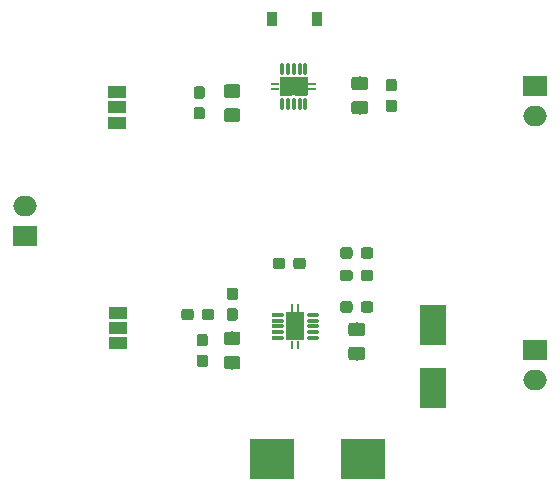
<source format=gts>
G04 #@! TF.GenerationSoftware,KiCad,Pcbnew,(5.0.0)*
G04 #@! TF.CreationDate,2019-04-27T15:16:20+09:00*
G04 #@! TF.ProjectId,Power_supply_circuit,506F7765725F737570706C795F636972,rev?*
G04 #@! TF.SameCoordinates,Original*
G04 #@! TF.FileFunction,Soldermask,Top*
G04 #@! TF.FilePolarity,Negative*
%FSLAX46Y46*%
G04 Gerber Fmt 4.6, Leading zero omitted, Abs format (unit mm)*
G04 Created by KiCad (PCBNEW (5.0.0)) date 04/27/19 15:16:20*
%MOMM*%
%LPD*%
G01*
G04 APERTURE LIST*
%ADD10R,3.800000X3.500000*%
%ADD11C,0.100000*%
%ADD12C,0.950000*%
%ADD13C,1.150000*%
%ADD14R,2.000000X1.700000*%
%ADD15O,2.000000X1.700000*%
%ADD16R,2.300000X3.500000*%
%ADD17R,1.500000X1.000000*%
%ADD18C,0.600000*%
%ADD19O,0.420000X0.990000*%
%ADD20R,0.420000X0.420000*%
%ADD21R,2.400000X1.650000*%
%ADD22R,1.050000X0.680000*%
%ADD23R,0.500000X0.260000*%
%ADD24R,0.700000X0.280000*%
%ADD25O,0.990000X0.420000*%
%ADD26R,0.680000X1.050000*%
%ADD27R,0.280000X0.700000*%
%ADD28R,0.260000X0.500000*%
%ADD29R,1.650000X2.400000*%
%ADD30R,0.900000X1.300000*%
G04 APERTURE END LIST*
D10*
G04 #@! TO.C,L2*
X92100000Y-110250000D03*
X84400000Y-110250000D03*
G04 #@! TD*
D11*
G04 #@! TO.C,C3*
G36*
X94748779Y-78103144D02*
X94771834Y-78106563D01*
X94794443Y-78112227D01*
X94816387Y-78120079D01*
X94837457Y-78130044D01*
X94857448Y-78142026D01*
X94876168Y-78155910D01*
X94893438Y-78171562D01*
X94909090Y-78188832D01*
X94922974Y-78207552D01*
X94934956Y-78227543D01*
X94944921Y-78248613D01*
X94952773Y-78270557D01*
X94958437Y-78293166D01*
X94961856Y-78316221D01*
X94963000Y-78339500D01*
X94963000Y-78914500D01*
X94961856Y-78937779D01*
X94958437Y-78960834D01*
X94952773Y-78983443D01*
X94944921Y-79005387D01*
X94934956Y-79026457D01*
X94922974Y-79046448D01*
X94909090Y-79065168D01*
X94893438Y-79082438D01*
X94876168Y-79098090D01*
X94857448Y-79111974D01*
X94837457Y-79123956D01*
X94816387Y-79133921D01*
X94794443Y-79141773D01*
X94771834Y-79147437D01*
X94748779Y-79150856D01*
X94725500Y-79152000D01*
X94250500Y-79152000D01*
X94227221Y-79150856D01*
X94204166Y-79147437D01*
X94181557Y-79141773D01*
X94159613Y-79133921D01*
X94138543Y-79123956D01*
X94118552Y-79111974D01*
X94099832Y-79098090D01*
X94082562Y-79082438D01*
X94066910Y-79065168D01*
X94053026Y-79046448D01*
X94041044Y-79026457D01*
X94031079Y-79005387D01*
X94023227Y-78983443D01*
X94017563Y-78960834D01*
X94014144Y-78937779D01*
X94013000Y-78914500D01*
X94013000Y-78339500D01*
X94014144Y-78316221D01*
X94017563Y-78293166D01*
X94023227Y-78270557D01*
X94031079Y-78248613D01*
X94041044Y-78227543D01*
X94053026Y-78207552D01*
X94066910Y-78188832D01*
X94082562Y-78171562D01*
X94099832Y-78155910D01*
X94118552Y-78142026D01*
X94138543Y-78130044D01*
X94159613Y-78120079D01*
X94181557Y-78112227D01*
X94204166Y-78106563D01*
X94227221Y-78103144D01*
X94250500Y-78102000D01*
X94725500Y-78102000D01*
X94748779Y-78103144D01*
X94748779Y-78103144D01*
G37*
D12*
X94488000Y-78627000D03*
D11*
G36*
X94748779Y-79853144D02*
X94771834Y-79856563D01*
X94794443Y-79862227D01*
X94816387Y-79870079D01*
X94837457Y-79880044D01*
X94857448Y-79892026D01*
X94876168Y-79905910D01*
X94893438Y-79921562D01*
X94909090Y-79938832D01*
X94922974Y-79957552D01*
X94934956Y-79977543D01*
X94944921Y-79998613D01*
X94952773Y-80020557D01*
X94958437Y-80043166D01*
X94961856Y-80066221D01*
X94963000Y-80089500D01*
X94963000Y-80664500D01*
X94961856Y-80687779D01*
X94958437Y-80710834D01*
X94952773Y-80733443D01*
X94944921Y-80755387D01*
X94934956Y-80776457D01*
X94922974Y-80796448D01*
X94909090Y-80815168D01*
X94893438Y-80832438D01*
X94876168Y-80848090D01*
X94857448Y-80861974D01*
X94837457Y-80873956D01*
X94816387Y-80883921D01*
X94794443Y-80891773D01*
X94771834Y-80897437D01*
X94748779Y-80900856D01*
X94725500Y-80902000D01*
X94250500Y-80902000D01*
X94227221Y-80900856D01*
X94204166Y-80897437D01*
X94181557Y-80891773D01*
X94159613Y-80883921D01*
X94138543Y-80873956D01*
X94118552Y-80861974D01*
X94099832Y-80848090D01*
X94082562Y-80832438D01*
X94066910Y-80815168D01*
X94053026Y-80796448D01*
X94041044Y-80776457D01*
X94031079Y-80755387D01*
X94023227Y-80733443D01*
X94017563Y-80710834D01*
X94014144Y-80687779D01*
X94013000Y-80664500D01*
X94013000Y-80089500D01*
X94014144Y-80066221D01*
X94017563Y-80043166D01*
X94023227Y-80020557D01*
X94031079Y-79998613D01*
X94041044Y-79977543D01*
X94053026Y-79957552D01*
X94066910Y-79938832D01*
X94082562Y-79921562D01*
X94099832Y-79905910D01*
X94118552Y-79892026D01*
X94138543Y-79880044D01*
X94159613Y-79870079D01*
X94181557Y-79862227D01*
X94204166Y-79856563D01*
X94227221Y-79853144D01*
X94250500Y-79852000D01*
X94725500Y-79852000D01*
X94748779Y-79853144D01*
X94748779Y-79853144D01*
G37*
D12*
X94488000Y-80377000D03*
G04 #@! TD*
D11*
G04 #@! TO.C,C5*
G36*
X92752779Y-92363144D02*
X92775834Y-92366563D01*
X92798443Y-92372227D01*
X92820387Y-92380079D01*
X92841457Y-92390044D01*
X92861448Y-92402026D01*
X92880168Y-92415910D01*
X92897438Y-92431562D01*
X92913090Y-92448832D01*
X92926974Y-92467552D01*
X92938956Y-92487543D01*
X92948921Y-92508613D01*
X92956773Y-92530557D01*
X92962437Y-92553166D01*
X92965856Y-92576221D01*
X92967000Y-92599500D01*
X92967000Y-93074500D01*
X92965856Y-93097779D01*
X92962437Y-93120834D01*
X92956773Y-93143443D01*
X92948921Y-93165387D01*
X92938956Y-93186457D01*
X92926974Y-93206448D01*
X92913090Y-93225168D01*
X92897438Y-93242438D01*
X92880168Y-93258090D01*
X92861448Y-93271974D01*
X92841457Y-93283956D01*
X92820387Y-93293921D01*
X92798443Y-93301773D01*
X92775834Y-93307437D01*
X92752779Y-93310856D01*
X92729500Y-93312000D01*
X92154500Y-93312000D01*
X92131221Y-93310856D01*
X92108166Y-93307437D01*
X92085557Y-93301773D01*
X92063613Y-93293921D01*
X92042543Y-93283956D01*
X92022552Y-93271974D01*
X92003832Y-93258090D01*
X91986562Y-93242438D01*
X91970910Y-93225168D01*
X91957026Y-93206448D01*
X91945044Y-93186457D01*
X91935079Y-93165387D01*
X91927227Y-93143443D01*
X91921563Y-93120834D01*
X91918144Y-93097779D01*
X91917000Y-93074500D01*
X91917000Y-92599500D01*
X91918144Y-92576221D01*
X91921563Y-92553166D01*
X91927227Y-92530557D01*
X91935079Y-92508613D01*
X91945044Y-92487543D01*
X91957026Y-92467552D01*
X91970910Y-92448832D01*
X91986562Y-92431562D01*
X92003832Y-92415910D01*
X92022552Y-92402026D01*
X92042543Y-92390044D01*
X92063613Y-92380079D01*
X92085557Y-92372227D01*
X92108166Y-92366563D01*
X92131221Y-92363144D01*
X92154500Y-92362000D01*
X92729500Y-92362000D01*
X92752779Y-92363144D01*
X92752779Y-92363144D01*
G37*
D12*
X92442000Y-92837000D03*
D11*
G36*
X91002779Y-92363144D02*
X91025834Y-92366563D01*
X91048443Y-92372227D01*
X91070387Y-92380079D01*
X91091457Y-92390044D01*
X91111448Y-92402026D01*
X91130168Y-92415910D01*
X91147438Y-92431562D01*
X91163090Y-92448832D01*
X91176974Y-92467552D01*
X91188956Y-92487543D01*
X91198921Y-92508613D01*
X91206773Y-92530557D01*
X91212437Y-92553166D01*
X91215856Y-92576221D01*
X91217000Y-92599500D01*
X91217000Y-93074500D01*
X91215856Y-93097779D01*
X91212437Y-93120834D01*
X91206773Y-93143443D01*
X91198921Y-93165387D01*
X91188956Y-93186457D01*
X91176974Y-93206448D01*
X91163090Y-93225168D01*
X91147438Y-93242438D01*
X91130168Y-93258090D01*
X91111448Y-93271974D01*
X91091457Y-93283956D01*
X91070387Y-93293921D01*
X91048443Y-93301773D01*
X91025834Y-93307437D01*
X91002779Y-93310856D01*
X90979500Y-93312000D01*
X90404500Y-93312000D01*
X90381221Y-93310856D01*
X90358166Y-93307437D01*
X90335557Y-93301773D01*
X90313613Y-93293921D01*
X90292543Y-93283956D01*
X90272552Y-93271974D01*
X90253832Y-93258090D01*
X90236562Y-93242438D01*
X90220910Y-93225168D01*
X90207026Y-93206448D01*
X90195044Y-93186457D01*
X90185079Y-93165387D01*
X90177227Y-93143443D01*
X90171563Y-93120834D01*
X90168144Y-93097779D01*
X90167000Y-93074500D01*
X90167000Y-92599500D01*
X90168144Y-92576221D01*
X90171563Y-92553166D01*
X90177227Y-92530557D01*
X90185079Y-92508613D01*
X90195044Y-92487543D01*
X90207026Y-92467552D01*
X90220910Y-92448832D01*
X90236562Y-92431562D01*
X90253832Y-92415910D01*
X90272552Y-92402026D01*
X90292543Y-92390044D01*
X90313613Y-92380079D01*
X90335557Y-92372227D01*
X90358166Y-92366563D01*
X90381221Y-92363144D01*
X90404500Y-92362000D01*
X90979500Y-92362000D01*
X91002779Y-92363144D01*
X91002779Y-92363144D01*
G37*
D12*
X90692000Y-92837000D03*
G04 #@! TD*
D11*
G04 #@! TO.C,C6*
G36*
X87037779Y-93252144D02*
X87060834Y-93255563D01*
X87083443Y-93261227D01*
X87105387Y-93269079D01*
X87126457Y-93279044D01*
X87146448Y-93291026D01*
X87165168Y-93304910D01*
X87182438Y-93320562D01*
X87198090Y-93337832D01*
X87211974Y-93356552D01*
X87223956Y-93376543D01*
X87233921Y-93397613D01*
X87241773Y-93419557D01*
X87247437Y-93442166D01*
X87250856Y-93465221D01*
X87252000Y-93488500D01*
X87252000Y-93963500D01*
X87250856Y-93986779D01*
X87247437Y-94009834D01*
X87241773Y-94032443D01*
X87233921Y-94054387D01*
X87223956Y-94075457D01*
X87211974Y-94095448D01*
X87198090Y-94114168D01*
X87182438Y-94131438D01*
X87165168Y-94147090D01*
X87146448Y-94160974D01*
X87126457Y-94172956D01*
X87105387Y-94182921D01*
X87083443Y-94190773D01*
X87060834Y-94196437D01*
X87037779Y-94199856D01*
X87014500Y-94201000D01*
X86439500Y-94201000D01*
X86416221Y-94199856D01*
X86393166Y-94196437D01*
X86370557Y-94190773D01*
X86348613Y-94182921D01*
X86327543Y-94172956D01*
X86307552Y-94160974D01*
X86288832Y-94147090D01*
X86271562Y-94131438D01*
X86255910Y-94114168D01*
X86242026Y-94095448D01*
X86230044Y-94075457D01*
X86220079Y-94054387D01*
X86212227Y-94032443D01*
X86206563Y-94009834D01*
X86203144Y-93986779D01*
X86202000Y-93963500D01*
X86202000Y-93488500D01*
X86203144Y-93465221D01*
X86206563Y-93442166D01*
X86212227Y-93419557D01*
X86220079Y-93397613D01*
X86230044Y-93376543D01*
X86242026Y-93356552D01*
X86255910Y-93337832D01*
X86271562Y-93320562D01*
X86288832Y-93304910D01*
X86307552Y-93291026D01*
X86327543Y-93279044D01*
X86348613Y-93269079D01*
X86370557Y-93261227D01*
X86393166Y-93255563D01*
X86416221Y-93252144D01*
X86439500Y-93251000D01*
X87014500Y-93251000D01*
X87037779Y-93252144D01*
X87037779Y-93252144D01*
G37*
D12*
X86727000Y-93726000D03*
D11*
G36*
X85287779Y-93252144D02*
X85310834Y-93255563D01*
X85333443Y-93261227D01*
X85355387Y-93269079D01*
X85376457Y-93279044D01*
X85396448Y-93291026D01*
X85415168Y-93304910D01*
X85432438Y-93320562D01*
X85448090Y-93337832D01*
X85461974Y-93356552D01*
X85473956Y-93376543D01*
X85483921Y-93397613D01*
X85491773Y-93419557D01*
X85497437Y-93442166D01*
X85500856Y-93465221D01*
X85502000Y-93488500D01*
X85502000Y-93963500D01*
X85500856Y-93986779D01*
X85497437Y-94009834D01*
X85491773Y-94032443D01*
X85483921Y-94054387D01*
X85473956Y-94075457D01*
X85461974Y-94095448D01*
X85448090Y-94114168D01*
X85432438Y-94131438D01*
X85415168Y-94147090D01*
X85396448Y-94160974D01*
X85376457Y-94172956D01*
X85355387Y-94182921D01*
X85333443Y-94190773D01*
X85310834Y-94196437D01*
X85287779Y-94199856D01*
X85264500Y-94201000D01*
X84689500Y-94201000D01*
X84666221Y-94199856D01*
X84643166Y-94196437D01*
X84620557Y-94190773D01*
X84598613Y-94182921D01*
X84577543Y-94172956D01*
X84557552Y-94160974D01*
X84538832Y-94147090D01*
X84521562Y-94131438D01*
X84505910Y-94114168D01*
X84492026Y-94095448D01*
X84480044Y-94075457D01*
X84470079Y-94054387D01*
X84462227Y-94032443D01*
X84456563Y-94009834D01*
X84453144Y-93986779D01*
X84452000Y-93963500D01*
X84452000Y-93488500D01*
X84453144Y-93465221D01*
X84456563Y-93442166D01*
X84462227Y-93419557D01*
X84470079Y-93397613D01*
X84480044Y-93376543D01*
X84492026Y-93356552D01*
X84505910Y-93337832D01*
X84521562Y-93320562D01*
X84538832Y-93304910D01*
X84557552Y-93291026D01*
X84577543Y-93279044D01*
X84598613Y-93269079D01*
X84620557Y-93261227D01*
X84643166Y-93255563D01*
X84666221Y-93252144D01*
X84689500Y-93251000D01*
X85264500Y-93251000D01*
X85287779Y-93252144D01*
X85287779Y-93252144D01*
G37*
D12*
X84977000Y-93726000D03*
G04 #@! TD*
D11*
G04 #@! TO.C,C7*
G36*
X78746779Y-99693144D02*
X78769834Y-99696563D01*
X78792443Y-99702227D01*
X78814387Y-99710079D01*
X78835457Y-99720044D01*
X78855448Y-99732026D01*
X78874168Y-99745910D01*
X78891438Y-99761562D01*
X78907090Y-99778832D01*
X78920974Y-99797552D01*
X78932956Y-99817543D01*
X78942921Y-99838613D01*
X78950773Y-99860557D01*
X78956437Y-99883166D01*
X78959856Y-99906221D01*
X78961000Y-99929500D01*
X78961000Y-100504500D01*
X78959856Y-100527779D01*
X78956437Y-100550834D01*
X78950773Y-100573443D01*
X78942921Y-100595387D01*
X78932956Y-100616457D01*
X78920974Y-100636448D01*
X78907090Y-100655168D01*
X78891438Y-100672438D01*
X78874168Y-100688090D01*
X78855448Y-100701974D01*
X78835457Y-100713956D01*
X78814387Y-100723921D01*
X78792443Y-100731773D01*
X78769834Y-100737437D01*
X78746779Y-100740856D01*
X78723500Y-100742000D01*
X78248500Y-100742000D01*
X78225221Y-100740856D01*
X78202166Y-100737437D01*
X78179557Y-100731773D01*
X78157613Y-100723921D01*
X78136543Y-100713956D01*
X78116552Y-100701974D01*
X78097832Y-100688090D01*
X78080562Y-100672438D01*
X78064910Y-100655168D01*
X78051026Y-100636448D01*
X78039044Y-100616457D01*
X78029079Y-100595387D01*
X78021227Y-100573443D01*
X78015563Y-100550834D01*
X78012144Y-100527779D01*
X78011000Y-100504500D01*
X78011000Y-99929500D01*
X78012144Y-99906221D01*
X78015563Y-99883166D01*
X78021227Y-99860557D01*
X78029079Y-99838613D01*
X78039044Y-99817543D01*
X78051026Y-99797552D01*
X78064910Y-99778832D01*
X78080562Y-99761562D01*
X78097832Y-99745910D01*
X78116552Y-99732026D01*
X78136543Y-99720044D01*
X78157613Y-99710079D01*
X78179557Y-99702227D01*
X78202166Y-99696563D01*
X78225221Y-99693144D01*
X78248500Y-99692000D01*
X78723500Y-99692000D01*
X78746779Y-99693144D01*
X78746779Y-99693144D01*
G37*
D12*
X78486000Y-100217000D03*
D11*
G36*
X78746779Y-101443144D02*
X78769834Y-101446563D01*
X78792443Y-101452227D01*
X78814387Y-101460079D01*
X78835457Y-101470044D01*
X78855448Y-101482026D01*
X78874168Y-101495910D01*
X78891438Y-101511562D01*
X78907090Y-101528832D01*
X78920974Y-101547552D01*
X78932956Y-101567543D01*
X78942921Y-101588613D01*
X78950773Y-101610557D01*
X78956437Y-101633166D01*
X78959856Y-101656221D01*
X78961000Y-101679500D01*
X78961000Y-102254500D01*
X78959856Y-102277779D01*
X78956437Y-102300834D01*
X78950773Y-102323443D01*
X78942921Y-102345387D01*
X78932956Y-102366457D01*
X78920974Y-102386448D01*
X78907090Y-102405168D01*
X78891438Y-102422438D01*
X78874168Y-102438090D01*
X78855448Y-102451974D01*
X78835457Y-102463956D01*
X78814387Y-102473921D01*
X78792443Y-102481773D01*
X78769834Y-102487437D01*
X78746779Y-102490856D01*
X78723500Y-102492000D01*
X78248500Y-102492000D01*
X78225221Y-102490856D01*
X78202166Y-102487437D01*
X78179557Y-102481773D01*
X78157613Y-102473921D01*
X78136543Y-102463956D01*
X78116552Y-102451974D01*
X78097832Y-102438090D01*
X78080562Y-102422438D01*
X78064910Y-102405168D01*
X78051026Y-102386448D01*
X78039044Y-102366457D01*
X78029079Y-102345387D01*
X78021227Y-102323443D01*
X78015563Y-102300834D01*
X78012144Y-102277779D01*
X78011000Y-102254500D01*
X78011000Y-101679500D01*
X78012144Y-101656221D01*
X78015563Y-101633166D01*
X78021227Y-101610557D01*
X78029079Y-101588613D01*
X78039044Y-101567543D01*
X78051026Y-101547552D01*
X78064910Y-101528832D01*
X78080562Y-101511562D01*
X78097832Y-101495910D01*
X78116552Y-101482026D01*
X78136543Y-101470044D01*
X78157613Y-101460079D01*
X78179557Y-101452227D01*
X78202166Y-101446563D01*
X78225221Y-101443144D01*
X78248500Y-101442000D01*
X78723500Y-101442000D01*
X78746779Y-101443144D01*
X78746779Y-101443144D01*
G37*
D12*
X78486000Y-101967000D03*
G04 #@! TD*
D11*
G04 #@! TO.C,C9*
G36*
X81286779Y-95770144D02*
X81309834Y-95773563D01*
X81332443Y-95779227D01*
X81354387Y-95787079D01*
X81375457Y-95797044D01*
X81395448Y-95809026D01*
X81414168Y-95822910D01*
X81431438Y-95838562D01*
X81447090Y-95855832D01*
X81460974Y-95874552D01*
X81472956Y-95894543D01*
X81482921Y-95915613D01*
X81490773Y-95937557D01*
X81496437Y-95960166D01*
X81499856Y-95983221D01*
X81501000Y-96006500D01*
X81501000Y-96581500D01*
X81499856Y-96604779D01*
X81496437Y-96627834D01*
X81490773Y-96650443D01*
X81482921Y-96672387D01*
X81472956Y-96693457D01*
X81460974Y-96713448D01*
X81447090Y-96732168D01*
X81431438Y-96749438D01*
X81414168Y-96765090D01*
X81395448Y-96778974D01*
X81375457Y-96790956D01*
X81354387Y-96800921D01*
X81332443Y-96808773D01*
X81309834Y-96814437D01*
X81286779Y-96817856D01*
X81263500Y-96819000D01*
X80788500Y-96819000D01*
X80765221Y-96817856D01*
X80742166Y-96814437D01*
X80719557Y-96808773D01*
X80697613Y-96800921D01*
X80676543Y-96790956D01*
X80656552Y-96778974D01*
X80637832Y-96765090D01*
X80620562Y-96749438D01*
X80604910Y-96732168D01*
X80591026Y-96713448D01*
X80579044Y-96693457D01*
X80569079Y-96672387D01*
X80561227Y-96650443D01*
X80555563Y-96627834D01*
X80552144Y-96604779D01*
X80551000Y-96581500D01*
X80551000Y-96006500D01*
X80552144Y-95983221D01*
X80555563Y-95960166D01*
X80561227Y-95937557D01*
X80569079Y-95915613D01*
X80579044Y-95894543D01*
X80591026Y-95874552D01*
X80604910Y-95855832D01*
X80620562Y-95838562D01*
X80637832Y-95822910D01*
X80656552Y-95809026D01*
X80676543Y-95797044D01*
X80697613Y-95787079D01*
X80719557Y-95779227D01*
X80742166Y-95773563D01*
X80765221Y-95770144D01*
X80788500Y-95769000D01*
X81263500Y-95769000D01*
X81286779Y-95770144D01*
X81286779Y-95770144D01*
G37*
D12*
X81026000Y-96294000D03*
D11*
G36*
X81286779Y-97520144D02*
X81309834Y-97523563D01*
X81332443Y-97529227D01*
X81354387Y-97537079D01*
X81375457Y-97547044D01*
X81395448Y-97559026D01*
X81414168Y-97572910D01*
X81431438Y-97588562D01*
X81447090Y-97605832D01*
X81460974Y-97624552D01*
X81472956Y-97644543D01*
X81482921Y-97665613D01*
X81490773Y-97687557D01*
X81496437Y-97710166D01*
X81499856Y-97733221D01*
X81501000Y-97756500D01*
X81501000Y-98331500D01*
X81499856Y-98354779D01*
X81496437Y-98377834D01*
X81490773Y-98400443D01*
X81482921Y-98422387D01*
X81472956Y-98443457D01*
X81460974Y-98463448D01*
X81447090Y-98482168D01*
X81431438Y-98499438D01*
X81414168Y-98515090D01*
X81395448Y-98528974D01*
X81375457Y-98540956D01*
X81354387Y-98550921D01*
X81332443Y-98558773D01*
X81309834Y-98564437D01*
X81286779Y-98567856D01*
X81263500Y-98569000D01*
X80788500Y-98569000D01*
X80765221Y-98567856D01*
X80742166Y-98564437D01*
X80719557Y-98558773D01*
X80697613Y-98550921D01*
X80676543Y-98540956D01*
X80656552Y-98528974D01*
X80637832Y-98515090D01*
X80620562Y-98499438D01*
X80604910Y-98482168D01*
X80591026Y-98463448D01*
X80579044Y-98443457D01*
X80569079Y-98422387D01*
X80561227Y-98400443D01*
X80555563Y-98377834D01*
X80552144Y-98354779D01*
X80551000Y-98331500D01*
X80551000Y-97756500D01*
X80552144Y-97733221D01*
X80555563Y-97710166D01*
X80561227Y-97687557D01*
X80569079Y-97665613D01*
X80579044Y-97644543D01*
X80591026Y-97624552D01*
X80604910Y-97605832D01*
X80620562Y-97588562D01*
X80637832Y-97572910D01*
X80656552Y-97559026D01*
X80676543Y-97547044D01*
X80697613Y-97537079D01*
X80719557Y-97529227D01*
X80742166Y-97523563D01*
X80765221Y-97520144D01*
X80788500Y-97519000D01*
X81263500Y-97519000D01*
X81286779Y-97520144D01*
X81286779Y-97520144D01*
G37*
D12*
X81026000Y-98044000D03*
G04 #@! TD*
D11*
G04 #@! TO.C,C1*
G36*
X78492779Y-80488144D02*
X78515834Y-80491563D01*
X78538443Y-80497227D01*
X78560387Y-80505079D01*
X78581457Y-80515044D01*
X78601448Y-80527026D01*
X78620168Y-80540910D01*
X78637438Y-80556562D01*
X78653090Y-80573832D01*
X78666974Y-80592552D01*
X78678956Y-80612543D01*
X78688921Y-80633613D01*
X78696773Y-80655557D01*
X78702437Y-80678166D01*
X78705856Y-80701221D01*
X78707000Y-80724500D01*
X78707000Y-81299500D01*
X78705856Y-81322779D01*
X78702437Y-81345834D01*
X78696773Y-81368443D01*
X78688921Y-81390387D01*
X78678956Y-81411457D01*
X78666974Y-81431448D01*
X78653090Y-81450168D01*
X78637438Y-81467438D01*
X78620168Y-81483090D01*
X78601448Y-81496974D01*
X78581457Y-81508956D01*
X78560387Y-81518921D01*
X78538443Y-81526773D01*
X78515834Y-81532437D01*
X78492779Y-81535856D01*
X78469500Y-81537000D01*
X77994500Y-81537000D01*
X77971221Y-81535856D01*
X77948166Y-81532437D01*
X77925557Y-81526773D01*
X77903613Y-81518921D01*
X77882543Y-81508956D01*
X77862552Y-81496974D01*
X77843832Y-81483090D01*
X77826562Y-81467438D01*
X77810910Y-81450168D01*
X77797026Y-81431448D01*
X77785044Y-81411457D01*
X77775079Y-81390387D01*
X77767227Y-81368443D01*
X77761563Y-81345834D01*
X77758144Y-81322779D01*
X77757000Y-81299500D01*
X77757000Y-80724500D01*
X77758144Y-80701221D01*
X77761563Y-80678166D01*
X77767227Y-80655557D01*
X77775079Y-80633613D01*
X77785044Y-80612543D01*
X77797026Y-80592552D01*
X77810910Y-80573832D01*
X77826562Y-80556562D01*
X77843832Y-80540910D01*
X77862552Y-80527026D01*
X77882543Y-80515044D01*
X77903613Y-80505079D01*
X77925557Y-80497227D01*
X77948166Y-80491563D01*
X77971221Y-80488144D01*
X77994500Y-80487000D01*
X78469500Y-80487000D01*
X78492779Y-80488144D01*
X78492779Y-80488144D01*
G37*
D12*
X78232000Y-81012000D03*
D11*
G36*
X78492779Y-78738144D02*
X78515834Y-78741563D01*
X78538443Y-78747227D01*
X78560387Y-78755079D01*
X78581457Y-78765044D01*
X78601448Y-78777026D01*
X78620168Y-78790910D01*
X78637438Y-78806562D01*
X78653090Y-78823832D01*
X78666974Y-78842552D01*
X78678956Y-78862543D01*
X78688921Y-78883613D01*
X78696773Y-78905557D01*
X78702437Y-78928166D01*
X78705856Y-78951221D01*
X78707000Y-78974500D01*
X78707000Y-79549500D01*
X78705856Y-79572779D01*
X78702437Y-79595834D01*
X78696773Y-79618443D01*
X78688921Y-79640387D01*
X78678956Y-79661457D01*
X78666974Y-79681448D01*
X78653090Y-79700168D01*
X78637438Y-79717438D01*
X78620168Y-79733090D01*
X78601448Y-79746974D01*
X78581457Y-79758956D01*
X78560387Y-79768921D01*
X78538443Y-79776773D01*
X78515834Y-79782437D01*
X78492779Y-79785856D01*
X78469500Y-79787000D01*
X77994500Y-79787000D01*
X77971221Y-79785856D01*
X77948166Y-79782437D01*
X77925557Y-79776773D01*
X77903613Y-79768921D01*
X77882543Y-79758956D01*
X77862552Y-79746974D01*
X77843832Y-79733090D01*
X77826562Y-79717438D01*
X77810910Y-79700168D01*
X77797026Y-79681448D01*
X77785044Y-79661457D01*
X77775079Y-79640387D01*
X77767227Y-79618443D01*
X77761563Y-79595834D01*
X77758144Y-79572779D01*
X77757000Y-79549500D01*
X77757000Y-78974500D01*
X77758144Y-78951221D01*
X77761563Y-78928166D01*
X77767227Y-78905557D01*
X77775079Y-78883613D01*
X77785044Y-78862543D01*
X77797026Y-78842552D01*
X77810910Y-78823832D01*
X77826562Y-78806562D01*
X77843832Y-78790910D01*
X77862552Y-78777026D01*
X77882543Y-78765044D01*
X77903613Y-78755079D01*
X77925557Y-78747227D01*
X77948166Y-78741563D01*
X77971221Y-78738144D01*
X77994500Y-78737000D01*
X78469500Y-78737000D01*
X78492779Y-78738144D01*
X78492779Y-78738144D01*
G37*
D12*
X78232000Y-79262000D03*
G04 #@! TD*
D11*
G04 #@! TO.C,C2*
G36*
X81500505Y-78547204D02*
X81524773Y-78550804D01*
X81548572Y-78556765D01*
X81571671Y-78565030D01*
X81593850Y-78575520D01*
X81614893Y-78588132D01*
X81634599Y-78602747D01*
X81652777Y-78619223D01*
X81669253Y-78637401D01*
X81683868Y-78657107D01*
X81696480Y-78678150D01*
X81706970Y-78700329D01*
X81715235Y-78723428D01*
X81721196Y-78747227D01*
X81724796Y-78771495D01*
X81726000Y-78795999D01*
X81726000Y-79446001D01*
X81724796Y-79470505D01*
X81721196Y-79494773D01*
X81715235Y-79518572D01*
X81706970Y-79541671D01*
X81696480Y-79563850D01*
X81683868Y-79584893D01*
X81669253Y-79604599D01*
X81652777Y-79622777D01*
X81634599Y-79639253D01*
X81614893Y-79653868D01*
X81593850Y-79666480D01*
X81571671Y-79676970D01*
X81548572Y-79685235D01*
X81524773Y-79691196D01*
X81500505Y-79694796D01*
X81476001Y-79696000D01*
X80575999Y-79696000D01*
X80551495Y-79694796D01*
X80527227Y-79691196D01*
X80503428Y-79685235D01*
X80480329Y-79676970D01*
X80458150Y-79666480D01*
X80437107Y-79653868D01*
X80417401Y-79639253D01*
X80399223Y-79622777D01*
X80382747Y-79604599D01*
X80368132Y-79584893D01*
X80355520Y-79563850D01*
X80345030Y-79541671D01*
X80336765Y-79518572D01*
X80330804Y-79494773D01*
X80327204Y-79470505D01*
X80326000Y-79446001D01*
X80326000Y-78795999D01*
X80327204Y-78771495D01*
X80330804Y-78747227D01*
X80336765Y-78723428D01*
X80345030Y-78700329D01*
X80355520Y-78678150D01*
X80368132Y-78657107D01*
X80382747Y-78637401D01*
X80399223Y-78619223D01*
X80417401Y-78602747D01*
X80437107Y-78588132D01*
X80458150Y-78575520D01*
X80480329Y-78565030D01*
X80503428Y-78556765D01*
X80527227Y-78550804D01*
X80551495Y-78547204D01*
X80575999Y-78546000D01*
X81476001Y-78546000D01*
X81500505Y-78547204D01*
X81500505Y-78547204D01*
G37*
D13*
X81026000Y-79121000D03*
D11*
G36*
X81500505Y-80597204D02*
X81524773Y-80600804D01*
X81548572Y-80606765D01*
X81571671Y-80615030D01*
X81593850Y-80625520D01*
X81614893Y-80638132D01*
X81634599Y-80652747D01*
X81652777Y-80669223D01*
X81669253Y-80687401D01*
X81683868Y-80707107D01*
X81696480Y-80728150D01*
X81706970Y-80750329D01*
X81715235Y-80773428D01*
X81721196Y-80797227D01*
X81724796Y-80821495D01*
X81726000Y-80845999D01*
X81726000Y-81496001D01*
X81724796Y-81520505D01*
X81721196Y-81544773D01*
X81715235Y-81568572D01*
X81706970Y-81591671D01*
X81696480Y-81613850D01*
X81683868Y-81634893D01*
X81669253Y-81654599D01*
X81652777Y-81672777D01*
X81634599Y-81689253D01*
X81614893Y-81703868D01*
X81593850Y-81716480D01*
X81571671Y-81726970D01*
X81548572Y-81735235D01*
X81524773Y-81741196D01*
X81500505Y-81744796D01*
X81476001Y-81746000D01*
X80575999Y-81746000D01*
X80551495Y-81744796D01*
X80527227Y-81741196D01*
X80503428Y-81735235D01*
X80480329Y-81726970D01*
X80458150Y-81716480D01*
X80437107Y-81703868D01*
X80417401Y-81689253D01*
X80399223Y-81672777D01*
X80382747Y-81654599D01*
X80368132Y-81634893D01*
X80355520Y-81613850D01*
X80345030Y-81591671D01*
X80336765Y-81568572D01*
X80330804Y-81544773D01*
X80327204Y-81520505D01*
X80326000Y-81496001D01*
X80326000Y-80845999D01*
X80327204Y-80821495D01*
X80330804Y-80797227D01*
X80336765Y-80773428D01*
X80345030Y-80750329D01*
X80355520Y-80728150D01*
X80368132Y-80707107D01*
X80382747Y-80687401D01*
X80399223Y-80669223D01*
X80417401Y-80652747D01*
X80437107Y-80638132D01*
X80458150Y-80625520D01*
X80480329Y-80615030D01*
X80503428Y-80606765D01*
X80527227Y-80600804D01*
X80551495Y-80597204D01*
X80575999Y-80596000D01*
X81476001Y-80596000D01*
X81500505Y-80597204D01*
X81500505Y-80597204D01*
G37*
D13*
X81026000Y-81171000D03*
G04 #@! TD*
D11*
G04 #@! TO.C,C4*
G36*
X92295505Y-79962204D02*
X92319773Y-79965804D01*
X92343572Y-79971765D01*
X92366671Y-79980030D01*
X92388850Y-79990520D01*
X92409893Y-80003132D01*
X92429599Y-80017747D01*
X92447777Y-80034223D01*
X92464253Y-80052401D01*
X92478868Y-80072107D01*
X92491480Y-80093150D01*
X92501970Y-80115329D01*
X92510235Y-80138428D01*
X92516196Y-80162227D01*
X92519796Y-80186495D01*
X92521000Y-80210999D01*
X92521000Y-80861001D01*
X92519796Y-80885505D01*
X92516196Y-80909773D01*
X92510235Y-80933572D01*
X92501970Y-80956671D01*
X92491480Y-80978850D01*
X92478868Y-80999893D01*
X92464253Y-81019599D01*
X92447777Y-81037777D01*
X92429599Y-81054253D01*
X92409893Y-81068868D01*
X92388850Y-81081480D01*
X92366671Y-81091970D01*
X92343572Y-81100235D01*
X92319773Y-81106196D01*
X92295505Y-81109796D01*
X92271001Y-81111000D01*
X91370999Y-81111000D01*
X91346495Y-81109796D01*
X91322227Y-81106196D01*
X91298428Y-81100235D01*
X91275329Y-81091970D01*
X91253150Y-81081480D01*
X91232107Y-81068868D01*
X91212401Y-81054253D01*
X91194223Y-81037777D01*
X91177747Y-81019599D01*
X91163132Y-80999893D01*
X91150520Y-80978850D01*
X91140030Y-80956671D01*
X91131765Y-80933572D01*
X91125804Y-80909773D01*
X91122204Y-80885505D01*
X91121000Y-80861001D01*
X91121000Y-80210999D01*
X91122204Y-80186495D01*
X91125804Y-80162227D01*
X91131765Y-80138428D01*
X91140030Y-80115329D01*
X91150520Y-80093150D01*
X91163132Y-80072107D01*
X91177747Y-80052401D01*
X91194223Y-80034223D01*
X91212401Y-80017747D01*
X91232107Y-80003132D01*
X91253150Y-79990520D01*
X91275329Y-79980030D01*
X91298428Y-79971765D01*
X91322227Y-79965804D01*
X91346495Y-79962204D01*
X91370999Y-79961000D01*
X92271001Y-79961000D01*
X92295505Y-79962204D01*
X92295505Y-79962204D01*
G37*
D13*
X91821000Y-80536000D03*
D11*
G36*
X92295505Y-77912204D02*
X92319773Y-77915804D01*
X92343572Y-77921765D01*
X92366671Y-77930030D01*
X92388850Y-77940520D01*
X92409893Y-77953132D01*
X92429599Y-77967747D01*
X92447777Y-77984223D01*
X92464253Y-78002401D01*
X92478868Y-78022107D01*
X92491480Y-78043150D01*
X92501970Y-78065329D01*
X92510235Y-78088428D01*
X92516196Y-78112227D01*
X92519796Y-78136495D01*
X92521000Y-78160999D01*
X92521000Y-78811001D01*
X92519796Y-78835505D01*
X92516196Y-78859773D01*
X92510235Y-78883572D01*
X92501970Y-78906671D01*
X92491480Y-78928850D01*
X92478868Y-78949893D01*
X92464253Y-78969599D01*
X92447777Y-78987777D01*
X92429599Y-79004253D01*
X92409893Y-79018868D01*
X92388850Y-79031480D01*
X92366671Y-79041970D01*
X92343572Y-79050235D01*
X92319773Y-79056196D01*
X92295505Y-79059796D01*
X92271001Y-79061000D01*
X91370999Y-79061000D01*
X91346495Y-79059796D01*
X91322227Y-79056196D01*
X91298428Y-79050235D01*
X91275329Y-79041970D01*
X91253150Y-79031480D01*
X91232107Y-79018868D01*
X91212401Y-79004253D01*
X91194223Y-78987777D01*
X91177747Y-78969599D01*
X91163132Y-78949893D01*
X91150520Y-78928850D01*
X91140030Y-78906671D01*
X91131765Y-78883572D01*
X91125804Y-78859773D01*
X91122204Y-78835505D01*
X91121000Y-78811001D01*
X91121000Y-78160999D01*
X91122204Y-78136495D01*
X91125804Y-78112227D01*
X91131765Y-78088428D01*
X91140030Y-78065329D01*
X91150520Y-78043150D01*
X91163132Y-78022107D01*
X91177747Y-78002401D01*
X91194223Y-77984223D01*
X91212401Y-77967747D01*
X91232107Y-77953132D01*
X91253150Y-77940520D01*
X91275329Y-77930030D01*
X91298428Y-77921765D01*
X91322227Y-77915804D01*
X91346495Y-77912204D01*
X91370999Y-77911000D01*
X92271001Y-77911000D01*
X92295505Y-77912204D01*
X92295505Y-77912204D01*
G37*
D13*
X91821000Y-78486000D03*
G04 #@! TD*
D11*
G04 #@! TO.C,C8*
G36*
X81500505Y-101543204D02*
X81524773Y-101546804D01*
X81548572Y-101552765D01*
X81571671Y-101561030D01*
X81593850Y-101571520D01*
X81614893Y-101584132D01*
X81634599Y-101598747D01*
X81652777Y-101615223D01*
X81669253Y-101633401D01*
X81683868Y-101653107D01*
X81696480Y-101674150D01*
X81706970Y-101696329D01*
X81715235Y-101719428D01*
X81721196Y-101743227D01*
X81724796Y-101767495D01*
X81726000Y-101791999D01*
X81726000Y-102442001D01*
X81724796Y-102466505D01*
X81721196Y-102490773D01*
X81715235Y-102514572D01*
X81706970Y-102537671D01*
X81696480Y-102559850D01*
X81683868Y-102580893D01*
X81669253Y-102600599D01*
X81652777Y-102618777D01*
X81634599Y-102635253D01*
X81614893Y-102649868D01*
X81593850Y-102662480D01*
X81571671Y-102672970D01*
X81548572Y-102681235D01*
X81524773Y-102687196D01*
X81500505Y-102690796D01*
X81476001Y-102692000D01*
X80575999Y-102692000D01*
X80551495Y-102690796D01*
X80527227Y-102687196D01*
X80503428Y-102681235D01*
X80480329Y-102672970D01*
X80458150Y-102662480D01*
X80437107Y-102649868D01*
X80417401Y-102635253D01*
X80399223Y-102618777D01*
X80382747Y-102600599D01*
X80368132Y-102580893D01*
X80355520Y-102559850D01*
X80345030Y-102537671D01*
X80336765Y-102514572D01*
X80330804Y-102490773D01*
X80327204Y-102466505D01*
X80326000Y-102442001D01*
X80326000Y-101791999D01*
X80327204Y-101767495D01*
X80330804Y-101743227D01*
X80336765Y-101719428D01*
X80345030Y-101696329D01*
X80355520Y-101674150D01*
X80368132Y-101653107D01*
X80382747Y-101633401D01*
X80399223Y-101615223D01*
X80417401Y-101598747D01*
X80437107Y-101584132D01*
X80458150Y-101571520D01*
X80480329Y-101561030D01*
X80503428Y-101552765D01*
X80527227Y-101546804D01*
X80551495Y-101543204D01*
X80575999Y-101542000D01*
X81476001Y-101542000D01*
X81500505Y-101543204D01*
X81500505Y-101543204D01*
G37*
D13*
X81026000Y-102117000D03*
D11*
G36*
X81500505Y-99493204D02*
X81524773Y-99496804D01*
X81548572Y-99502765D01*
X81571671Y-99511030D01*
X81593850Y-99521520D01*
X81614893Y-99534132D01*
X81634599Y-99548747D01*
X81652777Y-99565223D01*
X81669253Y-99583401D01*
X81683868Y-99603107D01*
X81696480Y-99624150D01*
X81706970Y-99646329D01*
X81715235Y-99669428D01*
X81721196Y-99693227D01*
X81724796Y-99717495D01*
X81726000Y-99741999D01*
X81726000Y-100392001D01*
X81724796Y-100416505D01*
X81721196Y-100440773D01*
X81715235Y-100464572D01*
X81706970Y-100487671D01*
X81696480Y-100509850D01*
X81683868Y-100530893D01*
X81669253Y-100550599D01*
X81652777Y-100568777D01*
X81634599Y-100585253D01*
X81614893Y-100599868D01*
X81593850Y-100612480D01*
X81571671Y-100622970D01*
X81548572Y-100631235D01*
X81524773Y-100637196D01*
X81500505Y-100640796D01*
X81476001Y-100642000D01*
X80575999Y-100642000D01*
X80551495Y-100640796D01*
X80527227Y-100637196D01*
X80503428Y-100631235D01*
X80480329Y-100622970D01*
X80458150Y-100612480D01*
X80437107Y-100599868D01*
X80417401Y-100585253D01*
X80399223Y-100568777D01*
X80382747Y-100550599D01*
X80368132Y-100530893D01*
X80355520Y-100509850D01*
X80345030Y-100487671D01*
X80336765Y-100464572D01*
X80330804Y-100440773D01*
X80327204Y-100416505D01*
X80326000Y-100392001D01*
X80326000Y-99741999D01*
X80327204Y-99717495D01*
X80330804Y-99693227D01*
X80336765Y-99669428D01*
X80345030Y-99646329D01*
X80355520Y-99624150D01*
X80368132Y-99603107D01*
X80382747Y-99583401D01*
X80399223Y-99565223D01*
X80417401Y-99548747D01*
X80437107Y-99534132D01*
X80458150Y-99521520D01*
X80480329Y-99511030D01*
X80503428Y-99502765D01*
X80527227Y-99496804D01*
X80551495Y-99493204D01*
X80575999Y-99492000D01*
X81476001Y-99492000D01*
X81500505Y-99493204D01*
X81500505Y-99493204D01*
G37*
D13*
X81026000Y-100067000D03*
G04 #@! TD*
D11*
G04 #@! TO.C,C10*
G36*
X92041505Y-98731204D02*
X92065773Y-98734804D01*
X92089572Y-98740765D01*
X92112671Y-98749030D01*
X92134850Y-98759520D01*
X92155893Y-98772132D01*
X92175599Y-98786747D01*
X92193777Y-98803223D01*
X92210253Y-98821401D01*
X92224868Y-98841107D01*
X92237480Y-98862150D01*
X92247970Y-98884329D01*
X92256235Y-98907428D01*
X92262196Y-98931227D01*
X92265796Y-98955495D01*
X92267000Y-98979999D01*
X92267000Y-99630001D01*
X92265796Y-99654505D01*
X92262196Y-99678773D01*
X92256235Y-99702572D01*
X92247970Y-99725671D01*
X92237480Y-99747850D01*
X92224868Y-99768893D01*
X92210253Y-99788599D01*
X92193777Y-99806777D01*
X92175599Y-99823253D01*
X92155893Y-99837868D01*
X92134850Y-99850480D01*
X92112671Y-99860970D01*
X92089572Y-99869235D01*
X92065773Y-99875196D01*
X92041505Y-99878796D01*
X92017001Y-99880000D01*
X91116999Y-99880000D01*
X91092495Y-99878796D01*
X91068227Y-99875196D01*
X91044428Y-99869235D01*
X91021329Y-99860970D01*
X90999150Y-99850480D01*
X90978107Y-99837868D01*
X90958401Y-99823253D01*
X90940223Y-99806777D01*
X90923747Y-99788599D01*
X90909132Y-99768893D01*
X90896520Y-99747850D01*
X90886030Y-99725671D01*
X90877765Y-99702572D01*
X90871804Y-99678773D01*
X90868204Y-99654505D01*
X90867000Y-99630001D01*
X90867000Y-98979999D01*
X90868204Y-98955495D01*
X90871804Y-98931227D01*
X90877765Y-98907428D01*
X90886030Y-98884329D01*
X90896520Y-98862150D01*
X90909132Y-98841107D01*
X90923747Y-98821401D01*
X90940223Y-98803223D01*
X90958401Y-98786747D01*
X90978107Y-98772132D01*
X90999150Y-98759520D01*
X91021329Y-98749030D01*
X91044428Y-98740765D01*
X91068227Y-98734804D01*
X91092495Y-98731204D01*
X91116999Y-98730000D01*
X92017001Y-98730000D01*
X92041505Y-98731204D01*
X92041505Y-98731204D01*
G37*
D13*
X91567000Y-99305000D03*
D11*
G36*
X92041505Y-100781204D02*
X92065773Y-100784804D01*
X92089572Y-100790765D01*
X92112671Y-100799030D01*
X92134850Y-100809520D01*
X92155893Y-100822132D01*
X92175599Y-100836747D01*
X92193777Y-100853223D01*
X92210253Y-100871401D01*
X92224868Y-100891107D01*
X92237480Y-100912150D01*
X92247970Y-100934329D01*
X92256235Y-100957428D01*
X92262196Y-100981227D01*
X92265796Y-101005495D01*
X92267000Y-101029999D01*
X92267000Y-101680001D01*
X92265796Y-101704505D01*
X92262196Y-101728773D01*
X92256235Y-101752572D01*
X92247970Y-101775671D01*
X92237480Y-101797850D01*
X92224868Y-101818893D01*
X92210253Y-101838599D01*
X92193777Y-101856777D01*
X92175599Y-101873253D01*
X92155893Y-101887868D01*
X92134850Y-101900480D01*
X92112671Y-101910970D01*
X92089572Y-101919235D01*
X92065773Y-101925196D01*
X92041505Y-101928796D01*
X92017001Y-101930000D01*
X91116999Y-101930000D01*
X91092495Y-101928796D01*
X91068227Y-101925196D01*
X91044428Y-101919235D01*
X91021329Y-101910970D01*
X90999150Y-101900480D01*
X90978107Y-101887868D01*
X90958401Y-101873253D01*
X90940223Y-101856777D01*
X90923747Y-101838599D01*
X90909132Y-101818893D01*
X90896520Y-101797850D01*
X90886030Y-101775671D01*
X90877765Y-101752572D01*
X90871804Y-101728773D01*
X90868204Y-101704505D01*
X90867000Y-101680001D01*
X90867000Y-101029999D01*
X90868204Y-101005495D01*
X90871804Y-100981227D01*
X90877765Y-100957428D01*
X90886030Y-100934329D01*
X90896520Y-100912150D01*
X90909132Y-100891107D01*
X90923747Y-100871401D01*
X90940223Y-100853223D01*
X90958401Y-100836747D01*
X90978107Y-100822132D01*
X90999150Y-100809520D01*
X91021329Y-100799030D01*
X91044428Y-100790765D01*
X91068227Y-100784804D01*
X91092495Y-100781204D01*
X91116999Y-100780000D01*
X92017001Y-100780000D01*
X92041505Y-100781204D01*
X92041505Y-100781204D01*
G37*
D13*
X91567000Y-101355000D03*
G04 #@! TD*
D14*
G04 #@! TO.C,J3*
X106680000Y-101060000D03*
D15*
X106680000Y-103560000D03*
G04 #@! TD*
G04 #@! TO.C,J1*
X106680000Y-81240000D03*
D14*
X106680000Y-78740000D03*
G04 #@! TD*
G04 #@! TO.C,J2*
X63500000Y-91400000D03*
D15*
X63500000Y-88900000D03*
G04 #@! TD*
D16*
G04 #@! TO.C,D1*
X98044000Y-104300000D03*
X98044000Y-98900000D03*
G04 #@! TD*
D17*
G04 #@! TO.C,JP1*
X71247000Y-81818000D03*
X71247000Y-80518000D03*
X71247000Y-79218000D03*
G04 #@! TD*
G04 #@! TO.C,JP2*
X71374000Y-97887000D03*
X71374000Y-99187000D03*
X71374000Y-100487000D03*
G04 #@! TD*
D18*
G04 #@! TO.C,U1*
X85483000Y-78240000D03*
X86983000Y-78240000D03*
X86983000Y-79240000D03*
X86233000Y-78740000D03*
X85483000Y-79240000D03*
D19*
X87233000Y-80215000D03*
X86733000Y-80215000D03*
X86233000Y-80215000D03*
D20*
X85733000Y-80500000D03*
X85233000Y-80500000D03*
D19*
X85233000Y-77265000D03*
D20*
X85733000Y-76980000D03*
D19*
X86233000Y-77265000D03*
D20*
X86733000Y-76980000D03*
X87233000Y-76980000D03*
D21*
X86233000Y-78740000D03*
D22*
X85598000Y-79190000D03*
X85598000Y-78290000D03*
X86868000Y-79190000D03*
D23*
X84603000Y-78990000D03*
X84603000Y-78490000D03*
X87863000Y-78990000D03*
D24*
X84683000Y-78990000D03*
X84683000Y-78490000D03*
X87783000Y-78990000D03*
D23*
X87863000Y-78490000D03*
D24*
X87783000Y-78490000D03*
D22*
X86868000Y-78290000D03*
D20*
X87233000Y-80500000D03*
X86733000Y-80500000D03*
X86233000Y-80500000D03*
D19*
X85733000Y-80215000D03*
X85233000Y-80215000D03*
D20*
X85233000Y-76980000D03*
D19*
X85733000Y-77265000D03*
D20*
X86233000Y-76980000D03*
D19*
X86733000Y-77265000D03*
X87233000Y-77265000D03*
G04 #@! TD*
D25*
G04 #@! TO.C,U2*
X84885000Y-98060000D03*
X84885000Y-98560000D03*
D20*
X84600000Y-99060000D03*
D25*
X84885000Y-99560000D03*
D20*
X84600000Y-100060000D03*
D25*
X87835000Y-100060000D03*
X87835000Y-99560000D03*
D20*
X88120000Y-99060000D03*
X88120000Y-98560000D03*
X88120000Y-98060000D03*
D26*
X85910000Y-98425000D03*
D27*
X86110000Y-97510000D03*
D28*
X86110000Y-97430000D03*
D27*
X86610000Y-97510000D03*
X86110000Y-100610000D03*
X86610000Y-100610000D03*
D28*
X86610000Y-97430000D03*
X86110000Y-100690000D03*
X86610000Y-100690000D03*
D26*
X86810000Y-98425000D03*
X85910000Y-99695000D03*
X86810000Y-99695000D03*
D29*
X86360000Y-99060000D03*
D20*
X84600000Y-98060000D03*
X84600000Y-98560000D03*
D25*
X84885000Y-99060000D03*
D20*
X84600000Y-99560000D03*
D25*
X84885000Y-100060000D03*
D20*
X88120000Y-100060000D03*
X88120000Y-99560000D03*
D25*
X87835000Y-99060000D03*
X87835000Y-98560000D03*
X87835000Y-98060000D03*
D18*
X86860000Y-99810000D03*
X86360000Y-99060000D03*
X86860000Y-98310000D03*
X85860000Y-98310000D03*
X85860000Y-99810000D03*
G04 #@! TD*
D11*
G04 #@! TO.C,R1*
G36*
X77554779Y-97570144D02*
X77577834Y-97573563D01*
X77600443Y-97579227D01*
X77622387Y-97587079D01*
X77643457Y-97597044D01*
X77663448Y-97609026D01*
X77682168Y-97622910D01*
X77699438Y-97638562D01*
X77715090Y-97655832D01*
X77728974Y-97674552D01*
X77740956Y-97694543D01*
X77750921Y-97715613D01*
X77758773Y-97737557D01*
X77764437Y-97760166D01*
X77767856Y-97783221D01*
X77769000Y-97806500D01*
X77769000Y-98281500D01*
X77767856Y-98304779D01*
X77764437Y-98327834D01*
X77758773Y-98350443D01*
X77750921Y-98372387D01*
X77740956Y-98393457D01*
X77728974Y-98413448D01*
X77715090Y-98432168D01*
X77699438Y-98449438D01*
X77682168Y-98465090D01*
X77663448Y-98478974D01*
X77643457Y-98490956D01*
X77622387Y-98500921D01*
X77600443Y-98508773D01*
X77577834Y-98514437D01*
X77554779Y-98517856D01*
X77531500Y-98519000D01*
X76956500Y-98519000D01*
X76933221Y-98517856D01*
X76910166Y-98514437D01*
X76887557Y-98508773D01*
X76865613Y-98500921D01*
X76844543Y-98490956D01*
X76824552Y-98478974D01*
X76805832Y-98465090D01*
X76788562Y-98449438D01*
X76772910Y-98432168D01*
X76759026Y-98413448D01*
X76747044Y-98393457D01*
X76737079Y-98372387D01*
X76729227Y-98350443D01*
X76723563Y-98327834D01*
X76720144Y-98304779D01*
X76719000Y-98281500D01*
X76719000Y-97806500D01*
X76720144Y-97783221D01*
X76723563Y-97760166D01*
X76729227Y-97737557D01*
X76737079Y-97715613D01*
X76747044Y-97694543D01*
X76759026Y-97674552D01*
X76772910Y-97655832D01*
X76788562Y-97638562D01*
X76805832Y-97622910D01*
X76824552Y-97609026D01*
X76844543Y-97597044D01*
X76865613Y-97587079D01*
X76887557Y-97579227D01*
X76910166Y-97573563D01*
X76933221Y-97570144D01*
X76956500Y-97569000D01*
X77531500Y-97569000D01*
X77554779Y-97570144D01*
X77554779Y-97570144D01*
G37*
D12*
X77244000Y-98044000D03*
D11*
G36*
X79304779Y-97570144D02*
X79327834Y-97573563D01*
X79350443Y-97579227D01*
X79372387Y-97587079D01*
X79393457Y-97597044D01*
X79413448Y-97609026D01*
X79432168Y-97622910D01*
X79449438Y-97638562D01*
X79465090Y-97655832D01*
X79478974Y-97674552D01*
X79490956Y-97694543D01*
X79500921Y-97715613D01*
X79508773Y-97737557D01*
X79514437Y-97760166D01*
X79517856Y-97783221D01*
X79519000Y-97806500D01*
X79519000Y-98281500D01*
X79517856Y-98304779D01*
X79514437Y-98327834D01*
X79508773Y-98350443D01*
X79500921Y-98372387D01*
X79490956Y-98393457D01*
X79478974Y-98413448D01*
X79465090Y-98432168D01*
X79449438Y-98449438D01*
X79432168Y-98465090D01*
X79413448Y-98478974D01*
X79393457Y-98490956D01*
X79372387Y-98500921D01*
X79350443Y-98508773D01*
X79327834Y-98514437D01*
X79304779Y-98517856D01*
X79281500Y-98519000D01*
X78706500Y-98519000D01*
X78683221Y-98517856D01*
X78660166Y-98514437D01*
X78637557Y-98508773D01*
X78615613Y-98500921D01*
X78594543Y-98490956D01*
X78574552Y-98478974D01*
X78555832Y-98465090D01*
X78538562Y-98449438D01*
X78522910Y-98432168D01*
X78509026Y-98413448D01*
X78497044Y-98393457D01*
X78487079Y-98372387D01*
X78479227Y-98350443D01*
X78473563Y-98327834D01*
X78470144Y-98304779D01*
X78469000Y-98281500D01*
X78469000Y-97806500D01*
X78470144Y-97783221D01*
X78473563Y-97760166D01*
X78479227Y-97737557D01*
X78487079Y-97715613D01*
X78497044Y-97694543D01*
X78509026Y-97674552D01*
X78522910Y-97655832D01*
X78538562Y-97638562D01*
X78555832Y-97622910D01*
X78574552Y-97609026D01*
X78594543Y-97597044D01*
X78615613Y-97587079D01*
X78637557Y-97579227D01*
X78660166Y-97573563D01*
X78683221Y-97570144D01*
X78706500Y-97569000D01*
X79281500Y-97569000D01*
X79304779Y-97570144D01*
X79304779Y-97570144D01*
G37*
D12*
X78994000Y-98044000D03*
G04 #@! TD*
D11*
G04 #@! TO.C,R2*
G36*
X92752779Y-94268144D02*
X92775834Y-94271563D01*
X92798443Y-94277227D01*
X92820387Y-94285079D01*
X92841457Y-94295044D01*
X92861448Y-94307026D01*
X92880168Y-94320910D01*
X92897438Y-94336562D01*
X92913090Y-94353832D01*
X92926974Y-94372552D01*
X92938956Y-94392543D01*
X92948921Y-94413613D01*
X92956773Y-94435557D01*
X92962437Y-94458166D01*
X92965856Y-94481221D01*
X92967000Y-94504500D01*
X92967000Y-94979500D01*
X92965856Y-95002779D01*
X92962437Y-95025834D01*
X92956773Y-95048443D01*
X92948921Y-95070387D01*
X92938956Y-95091457D01*
X92926974Y-95111448D01*
X92913090Y-95130168D01*
X92897438Y-95147438D01*
X92880168Y-95163090D01*
X92861448Y-95176974D01*
X92841457Y-95188956D01*
X92820387Y-95198921D01*
X92798443Y-95206773D01*
X92775834Y-95212437D01*
X92752779Y-95215856D01*
X92729500Y-95217000D01*
X92154500Y-95217000D01*
X92131221Y-95215856D01*
X92108166Y-95212437D01*
X92085557Y-95206773D01*
X92063613Y-95198921D01*
X92042543Y-95188956D01*
X92022552Y-95176974D01*
X92003832Y-95163090D01*
X91986562Y-95147438D01*
X91970910Y-95130168D01*
X91957026Y-95111448D01*
X91945044Y-95091457D01*
X91935079Y-95070387D01*
X91927227Y-95048443D01*
X91921563Y-95025834D01*
X91918144Y-95002779D01*
X91917000Y-94979500D01*
X91917000Y-94504500D01*
X91918144Y-94481221D01*
X91921563Y-94458166D01*
X91927227Y-94435557D01*
X91935079Y-94413613D01*
X91945044Y-94392543D01*
X91957026Y-94372552D01*
X91970910Y-94353832D01*
X91986562Y-94336562D01*
X92003832Y-94320910D01*
X92022552Y-94307026D01*
X92042543Y-94295044D01*
X92063613Y-94285079D01*
X92085557Y-94277227D01*
X92108166Y-94271563D01*
X92131221Y-94268144D01*
X92154500Y-94267000D01*
X92729500Y-94267000D01*
X92752779Y-94268144D01*
X92752779Y-94268144D01*
G37*
D12*
X92442000Y-94742000D03*
D11*
G36*
X91002779Y-94268144D02*
X91025834Y-94271563D01*
X91048443Y-94277227D01*
X91070387Y-94285079D01*
X91091457Y-94295044D01*
X91111448Y-94307026D01*
X91130168Y-94320910D01*
X91147438Y-94336562D01*
X91163090Y-94353832D01*
X91176974Y-94372552D01*
X91188956Y-94392543D01*
X91198921Y-94413613D01*
X91206773Y-94435557D01*
X91212437Y-94458166D01*
X91215856Y-94481221D01*
X91217000Y-94504500D01*
X91217000Y-94979500D01*
X91215856Y-95002779D01*
X91212437Y-95025834D01*
X91206773Y-95048443D01*
X91198921Y-95070387D01*
X91188956Y-95091457D01*
X91176974Y-95111448D01*
X91163090Y-95130168D01*
X91147438Y-95147438D01*
X91130168Y-95163090D01*
X91111448Y-95176974D01*
X91091457Y-95188956D01*
X91070387Y-95198921D01*
X91048443Y-95206773D01*
X91025834Y-95212437D01*
X91002779Y-95215856D01*
X90979500Y-95217000D01*
X90404500Y-95217000D01*
X90381221Y-95215856D01*
X90358166Y-95212437D01*
X90335557Y-95206773D01*
X90313613Y-95198921D01*
X90292543Y-95188956D01*
X90272552Y-95176974D01*
X90253832Y-95163090D01*
X90236562Y-95147438D01*
X90220910Y-95130168D01*
X90207026Y-95111448D01*
X90195044Y-95091457D01*
X90185079Y-95070387D01*
X90177227Y-95048443D01*
X90171563Y-95025834D01*
X90168144Y-95002779D01*
X90167000Y-94979500D01*
X90167000Y-94504500D01*
X90168144Y-94481221D01*
X90171563Y-94458166D01*
X90177227Y-94435557D01*
X90185079Y-94413613D01*
X90195044Y-94392543D01*
X90207026Y-94372552D01*
X90220910Y-94353832D01*
X90236562Y-94336562D01*
X90253832Y-94320910D01*
X90272552Y-94307026D01*
X90292543Y-94295044D01*
X90313613Y-94285079D01*
X90335557Y-94277227D01*
X90358166Y-94271563D01*
X90381221Y-94268144D01*
X90404500Y-94267000D01*
X90979500Y-94267000D01*
X91002779Y-94268144D01*
X91002779Y-94268144D01*
G37*
D12*
X90692000Y-94742000D03*
G04 #@! TD*
D11*
G04 #@! TO.C,R3*
G36*
X91002779Y-96935144D02*
X91025834Y-96938563D01*
X91048443Y-96944227D01*
X91070387Y-96952079D01*
X91091457Y-96962044D01*
X91111448Y-96974026D01*
X91130168Y-96987910D01*
X91147438Y-97003562D01*
X91163090Y-97020832D01*
X91176974Y-97039552D01*
X91188956Y-97059543D01*
X91198921Y-97080613D01*
X91206773Y-97102557D01*
X91212437Y-97125166D01*
X91215856Y-97148221D01*
X91217000Y-97171500D01*
X91217000Y-97646500D01*
X91215856Y-97669779D01*
X91212437Y-97692834D01*
X91206773Y-97715443D01*
X91198921Y-97737387D01*
X91188956Y-97758457D01*
X91176974Y-97778448D01*
X91163090Y-97797168D01*
X91147438Y-97814438D01*
X91130168Y-97830090D01*
X91111448Y-97843974D01*
X91091457Y-97855956D01*
X91070387Y-97865921D01*
X91048443Y-97873773D01*
X91025834Y-97879437D01*
X91002779Y-97882856D01*
X90979500Y-97884000D01*
X90404500Y-97884000D01*
X90381221Y-97882856D01*
X90358166Y-97879437D01*
X90335557Y-97873773D01*
X90313613Y-97865921D01*
X90292543Y-97855956D01*
X90272552Y-97843974D01*
X90253832Y-97830090D01*
X90236562Y-97814438D01*
X90220910Y-97797168D01*
X90207026Y-97778448D01*
X90195044Y-97758457D01*
X90185079Y-97737387D01*
X90177227Y-97715443D01*
X90171563Y-97692834D01*
X90168144Y-97669779D01*
X90167000Y-97646500D01*
X90167000Y-97171500D01*
X90168144Y-97148221D01*
X90171563Y-97125166D01*
X90177227Y-97102557D01*
X90185079Y-97080613D01*
X90195044Y-97059543D01*
X90207026Y-97039552D01*
X90220910Y-97020832D01*
X90236562Y-97003562D01*
X90253832Y-96987910D01*
X90272552Y-96974026D01*
X90292543Y-96962044D01*
X90313613Y-96952079D01*
X90335557Y-96944227D01*
X90358166Y-96938563D01*
X90381221Y-96935144D01*
X90404500Y-96934000D01*
X90979500Y-96934000D01*
X91002779Y-96935144D01*
X91002779Y-96935144D01*
G37*
D12*
X90692000Y-97409000D03*
D11*
G36*
X92752779Y-96935144D02*
X92775834Y-96938563D01*
X92798443Y-96944227D01*
X92820387Y-96952079D01*
X92841457Y-96962044D01*
X92861448Y-96974026D01*
X92880168Y-96987910D01*
X92897438Y-97003562D01*
X92913090Y-97020832D01*
X92926974Y-97039552D01*
X92938956Y-97059543D01*
X92948921Y-97080613D01*
X92956773Y-97102557D01*
X92962437Y-97125166D01*
X92965856Y-97148221D01*
X92967000Y-97171500D01*
X92967000Y-97646500D01*
X92965856Y-97669779D01*
X92962437Y-97692834D01*
X92956773Y-97715443D01*
X92948921Y-97737387D01*
X92938956Y-97758457D01*
X92926974Y-97778448D01*
X92913090Y-97797168D01*
X92897438Y-97814438D01*
X92880168Y-97830090D01*
X92861448Y-97843974D01*
X92841457Y-97855956D01*
X92820387Y-97865921D01*
X92798443Y-97873773D01*
X92775834Y-97879437D01*
X92752779Y-97882856D01*
X92729500Y-97884000D01*
X92154500Y-97884000D01*
X92131221Y-97882856D01*
X92108166Y-97879437D01*
X92085557Y-97873773D01*
X92063613Y-97865921D01*
X92042543Y-97855956D01*
X92022552Y-97843974D01*
X92003832Y-97830090D01*
X91986562Y-97814438D01*
X91970910Y-97797168D01*
X91957026Y-97778448D01*
X91945044Y-97758457D01*
X91935079Y-97737387D01*
X91927227Y-97715443D01*
X91921563Y-97692834D01*
X91918144Y-97669779D01*
X91917000Y-97646500D01*
X91917000Y-97171500D01*
X91918144Y-97148221D01*
X91921563Y-97125166D01*
X91927227Y-97102557D01*
X91935079Y-97080613D01*
X91945044Y-97059543D01*
X91957026Y-97039552D01*
X91970910Y-97020832D01*
X91986562Y-97003562D01*
X92003832Y-96987910D01*
X92022552Y-96974026D01*
X92042543Y-96962044D01*
X92063613Y-96952079D01*
X92085557Y-96944227D01*
X92108166Y-96938563D01*
X92131221Y-96935144D01*
X92154500Y-96934000D01*
X92729500Y-96934000D01*
X92752779Y-96935144D01*
X92752779Y-96935144D01*
G37*
D12*
X92442000Y-97409000D03*
G04 #@! TD*
D30*
G04 #@! TO.C,L1*
X88233000Y-73025000D03*
X84383000Y-73025000D03*
G04 #@! TD*
M02*

</source>
